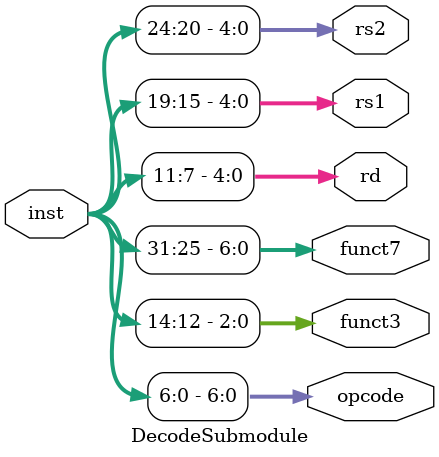
<source format=sv>
module DecodeSubmodule (
	input logic [31:0] inst,

	output logic [6:0] opcode,

	output logic [2:0] funct3,
	output logic [6:0] funct7,

	output logic [4:0] rd,
	output logic [4:0] rs1,
	output logic [4:0] rs2
);

assign opcode = inst[6:0];
assign funct3 = inst[14:12];
assign funct7 = inst[31:25];
assign rd = inst[11:7];
assign rs1 = inst[19:15];
assign rs2 = inst[24:20];

endmodule
</source>
